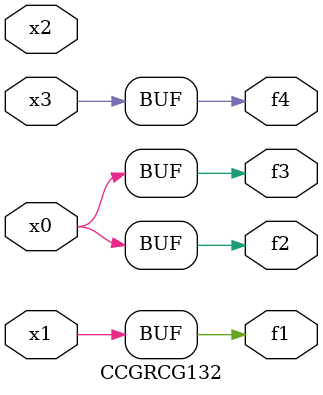
<source format=v>
module CCGRCG132(
	input x0, x1, x2, x3,
	output f1, f2, f3, f4
);
	assign f1 = x1;
	assign f2 = x0;
	assign f3 = x0;
	assign f4 = x3;
endmodule

</source>
